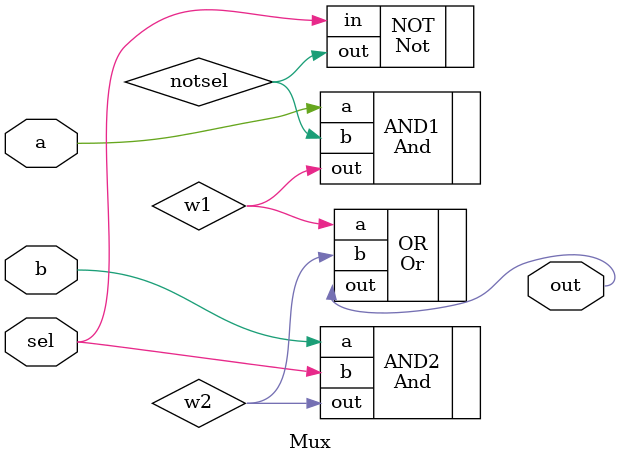
<source format=v>
/** 
 * Multiplexor:
 * out = a if sel == 0
 *       b otherwise
 */
`include "Not.v"
`include "And.v"
`include "Or.v"
`default_nettype none

module Mux(
	input a,
	input b,
	input sel,
	output out
);
    // Not(in=sel, out=notsel);
    // And(a=a, b=notsel, out=outa);
    // And(a=b, b=sel, out=outb);
    // Or(a=outa, b=outb, out=out);

    wire notsel;
    Not NOT(.in(sel), .out(notsel));
	
	wire w1;
	wire w2;
	And AND1(.a(a),.b(notsel),.out(w1));
	And AND2(.a(b),.b(sel),.out(w2));

	Or OR(.a(w1),.b(w2),.out(out));

endmodule

</source>
